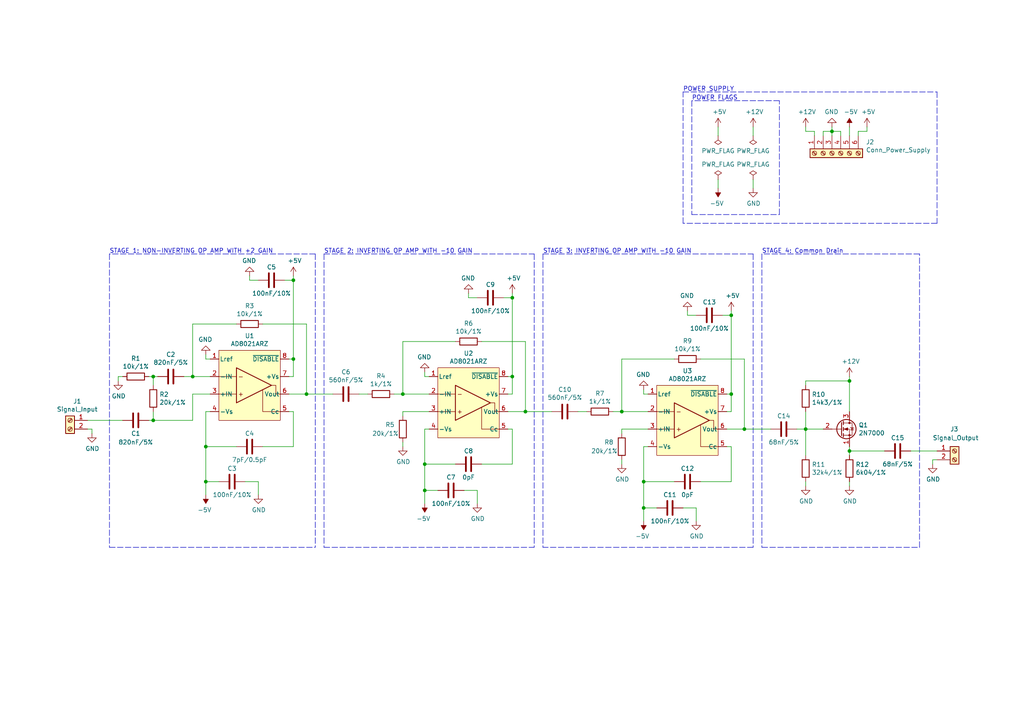
<source format=kicad_sch>
(kicad_sch (version 20211123) (generator eeschema)
  (paper "A4")
  (title_block (title "Променливотоков Усилвател") (date "2022-04-27") (rev "1") (company "Петър Николов") (comment 2 "68гр., II курс, Ф.Н.: 941220031") (comment 3 "ФЕТТ, Автомобилна Електроника"))
  (lib_symbols
    (symbol "schematic-rescue:+12V-power" (power) (pin_names (offset 0))
      (property "Value" "+12V-power" (at 0 3.556 0))
      (symbol "+12V-power_0_1"
        (polyline (pts (xy -0.762 1.27) (xy 0 2.54)))
        (polyline (pts (xy 0 0) (xy 0 2.54)))
        (polyline (pts (xy 0 2.54) (xy 0.762 1.27)))
      )
      (symbol "+12V-power_1_1"
        (pin power_in line (at 0 0 90) (length 0) hide (name "+12V") (number "1"))
      )
    )
    (symbol "schematic-rescue:+5V-power" (power) (pin_names (offset 0))
      (property "Value" "+5V-power" (at 0 3.556 0))
      (symbol "+5V-power_0_1"
        (polyline (pts (xy -0.762 1.27) (xy 0 2.54)))
        (polyline (pts (xy 0 0) (xy 0 2.54)))
        (polyline (pts (xy 0 2.54) (xy 0.762 1.27)))
      )
      (symbol "+5V-power_1_1"
        (pin power_in line (at 0 0 90) (length 0) hide (name "+5V") (number "1"))
      )
    )
    (symbol "schematic-rescue:-5V-power" (power) (pin_names (offset 0))
      (property "Value" "-5V-power" (at 0 3.81 0))
      (symbol "-5V-power_0_0"
        (pin power_in line (at 0 0 90) (length 0) hide (name "-5V") (number "1"))
      )
      (symbol "-5V-power_0_1"
        (polyline (pts (xy 0 0) (xy 0 1.27) (xy 0.762 1.27) (xy 0 2.54) (xy -0.762 1.27) (xy 0 1.27)) (fill (type outline)))
      )
    )
    (symbol "schematic-rescue:2N7000-Transistor_FET" (pin_names hide)
      (property "Reference" "Q" (at 5.08 1.905 0))
      (property "Value" "2N7000-Transistor_FET" (at 5.08 0 0))
      (symbol "2N7000-Transistor_FET_0_1"
        (polyline (pts (xy 0.254 0) (xy -2.54 0)))
        (polyline (pts (xy 0.254 1.905) (xy 0.254 -1.905)) (stroke (width 0.254)))
        (polyline (pts (xy 0.762 -1.27) (xy 0.762 -2.286)) (stroke (width 0.254)))
        (polyline (pts (xy 0.762 0.508) (xy 0.762 -0.508)) (stroke (width 0.254)))
        (polyline (pts (xy 0.762 2.286) (xy 0.762 1.27)) (stroke (width 0.254)))
        (polyline (pts (xy 2.54 2.54) (xy 2.54 1.778)))
        (polyline (pts (xy 2.54 -2.54) (xy 2.54 0) (xy 0.762 0)))
        (polyline (pts (xy 0.762 -1.778) (xy 3.302 -1.778) (xy 3.302 1.778) (xy 0.762 1.778)))
        (polyline (pts (xy 1.016 0) (xy 2.032 0.381) (xy 2.032 -0.381) (xy 1.016 0)) (fill (type outline)))
        (polyline (pts (xy 2.794 0.508) (xy 2.921 0.381) (xy 3.683 0.381) (xy 3.81 0.254)))
        (polyline (pts (xy 3.302 0.381) (xy 2.921 -0.254) (xy 3.683 -0.254) (xy 3.302 0.381)))
        (circle (center 1.651 0) (radius 2.794) (stroke (width 0.254)))
        (circle (center 2.54 -1.778) (radius 0.254) (fill (type outline)))
        (circle (center 2.54 1.778) (radius 0.254) (fill (type outline)))
      )
      (symbol "2N7000-Transistor_FET_1_1"
        (pin passive line (at 2.54 -5.08 90) (length 2.54) (name "S") (number "1"))
        (pin input line (at -5.08 0 0) (length 2.54) (name "G") (number "2"))
        (pin passive line (at 2.54 5.08 270) (length 2.54) (name "D") (number "3"))
      )
    )
    (symbol "schematic-rescue:C-Device" (pin_numbers hide) (pin_names (offset 0.254))
      (property "Reference" "C" (at 0.635 2.54 0))
      (property "Value" "C-Device" (at 0.635 -2.54 0))
      (symbol "C-Device_0_1"
        (polyline (pts (xy -2.032 -0.762) (xy 2.032 -0.762)) (stroke (width 0.508)))
        (polyline (pts (xy -2.032 0.762) (xy 2.032 0.762)) (stroke (width 0.508)))
      )
      (symbol "C-Device_1_1"
        (pin passive line (at 0 3.81 270) (length 2.794) (name "~") (number "1"))
        (pin passive line (at 0 -3.81 90) (length 2.794) (name "~") (number "2"))
      )
    )
    (symbol "schematic-rescue:GND-power" (power) (pin_names (offset 0))
      (property "Value" "GND-power" (at 0 -3.81 0))
      (symbol "GND-power_0_1"
        (polyline (pts (xy 0 0) (xy 0 -1.27) (xy 1.27 -1.27) (xy 0 -2.54) (xy -1.27 -1.27) (xy 0 -1.27)))
      )
      (symbol "GND-power_1_1"
        (pin power_in line (at 0 0 270) (length 0) hide (name "GND") (number "1"))
      )
    )
    (symbol "schematic-rescue:PWR_FLAG-power" (power) (pin_numbers hide) (pin_names (offset 0) hide)
      (property "Value" "PWR_FLAG-power" (at 0 3.81 0))
      (symbol "PWR_FLAG-power_0_0"
        (pin power_out line (at 0 0 90) (length 0) (name "pwr") (number "1"))
      )
      (symbol "PWR_FLAG-power_0_1"
        (polyline (pts (xy 0 0) (xy 0 1.27) (xy -1.016 1.905) (xy 0 2.54) (xy 1.016 1.905) (xy 0 1.27)))
      )
    )
    (symbol "schematic-rescue:R-Device" (pin_numbers hide) (pin_names (offset 0))
      (property "Reference" "R" (at 2.032 0 90))
      (property "Value" "R-Device" (at 0 0 90))
      (symbol "R-Device_0_1"
        (rectangle (start -1.016 -2.54) (end 1.016 2.54) (stroke (width 0.254)))
      )
      (symbol "R-Device_1_1"
        (pin passive line (at 0 3.81 270) (length 1.27) (name "~") (number "1"))
        (pin passive line (at 0 -3.81 90) (length 1.27) (name "~") (number "2"))
      )
    )
    (symbol "schematic-rescue:Screw_Terminal_01x02-Connector" (pin_names (offset 1.016) hide)
      (property "Reference" "J" (at 0 2.54 0))
      (property "Value" "Screw_Terminal_01x02-Connector" (at 0 -5.08 0))
      (symbol "Screw_Terminal_01x02-Connector_1_1"
        (rectangle (start -1.27 1.27) (end 1.27 -3.81) (stroke (width 0.254)) (fill (type background)))
        (circle (center 0 -2.54) (radius 0.635) (stroke (width 0.1524)))
        (polyline (pts (xy -0.5334 -2.2098) (xy 0.3302 -3.048)) (stroke (width 0.1524)))
        (polyline (pts (xy -0.5334 0.3302) (xy 0.3302 -0.508)) (stroke (width 0.1524)))
        (polyline (pts (xy -0.3556 -2.032) (xy 0.508 -2.8702)) (stroke (width 0.1524)))
        (polyline (pts (xy -0.3556 0.508) (xy 0.508 -0.3302)) (stroke (width 0.1524)))
        (circle (center 0 0) (radius 0.635) (stroke (width 0.1524)))
        (pin passive line (at -5.08 0 0) (length 3.81) (name "Pin_1") (number "1"))
        (pin passive line (at -5.08 -2.54 0) (length 3.81) (name "Pin_2") (number "2"))
      )
    )
    (symbol "schematic-rescue:Screw_Terminal_01x06-Connector" (pin_names (offset 1.016) hide)
      (property "Reference" "J" (at 0 7.62 0))
      (property "Value" "Screw_Terminal_01x06-Connector" (at 0 -10.16 0))
      (symbol "Screw_Terminal_01x06-Connector_1_1"
        (rectangle (start -1.27 6.35) (end 1.27 -8.89) (stroke (width 0.254)) (fill (type background)))
        (circle (center 0 -7.62) (radius 0.635) (stroke (width 0.1524)))
        (circle (center 0 -5.08) (radius 0.635) (stroke (width 0.1524)))
        (circle (center 0 -2.54) (radius 0.635) (stroke (width 0.1524)))
        (polyline (pts (xy -0.5334 -7.2898) (xy 0.3302 -8.128)) (stroke (width 0.1524)))
        (polyline (pts (xy -0.5334 -4.7498) (xy 0.3302 -5.588)) (stroke (width 0.1524)))
        (polyline (pts (xy -0.5334 -2.2098) (xy 0.3302 -3.048)) (stroke (width 0.1524)))
        (polyline (pts (xy -0.5334 0.3302) (xy 0.3302 -0.508)) (stroke (width 0.1524)))
        (polyline (pts (xy -0.5334 2.8702) (xy 0.3302 2.032)) (stroke (width 0.1524)))
        (polyline (pts (xy -0.5334 5.4102) (xy 0.3302 4.572)) (stroke (width 0.1524)))
        (polyline (pts (xy -0.3556 -7.112) (xy 0.508 -7.9502)) (stroke (width 0.1524)))
        (polyline (pts (xy -0.3556 -4.572) (xy 0.508 -5.4102)) (stroke (width 0.1524)))
        (polyline (pts (xy -0.3556 -2.032) (xy 0.508 -2.8702)) (stroke (width 0.1524)))
        (polyline (pts (xy -0.3556 0.508) (xy 0.508 -0.3302)) (stroke (width 0.1524)))
        (polyline (pts (xy -0.3556 3.048) (xy 0.508 2.2098)) (stroke (width 0.1524)))
        (polyline (pts (xy -0.3556 5.588) (xy 0.508 4.7498)) (stroke (width 0.1524)))
        (circle (center 0 0) (radius 0.635) (stroke (width 0.1524)))
        (circle (center 0 2.54) (radius 0.635) (stroke (width 0.1524)))
        (circle (center 0 5.08) (radius 0.635) (stroke (width 0.1524)))
        (pin passive line (at -5.08 5.08 0) (length 3.81) (name "Pin_1") (number "1"))
        (pin passive line (at -5.08 2.54 0) (length 3.81) (name "Pin_2") (number "2"))
        (pin passive line (at -5.08 0 0) (length 3.81) (name "Pin_3") (number "3"))
        (pin passive line (at -5.08 -2.54 0) (length 3.81) (name "Pin_4") (number "4"))
        (pin passive line (at -5.08 -5.08 0) (length 3.81) (name "Pin_5") (number "5"))
        (pin passive line (at -5.08 -7.62 0) (length 3.81) (name "Pin_6") (number "6"))
      )
    )
    (symbol "ulib_IC_Amplifiers:AD8021ARZ" (pin_names (offset 0.254))
      (property "Reference" "U" (at -1.27 11.43 0))
      (property "Value" "AD8021ARZ" (at -5.08 -11.43 0))
      (symbol "AD8021ARZ_0_0"
        (text "+" (at -2.54 -2.54 0) (effects (font (size 1.27 1.27))))
        (text "-" (at -2.54 2.54 0) (effects (font (size 1.27 1.27))))
      )
      (symbol "AD8021ARZ_0_1"
        (rectangle (start -8.89 -10.16) (end 8.89 10.16) (fill (type background)))
        (polyline (pts (xy -8.89 -2.54) (xy -3.81 -2.54)))
        (polyline (pts (xy -8.89 2.54) (xy -3.81 2.54)))
        (polyline (pts (xy 8.89 -7.62) (xy 3.81 -7.62) (xy 3.81 -1.27)))
        (polyline (pts (xy 6.35 0) (xy -3.81 5.08) (xy -3.81 -5.08) (xy 6.35 0)) (stroke (width 0.254)) (fill (type background)))
        (polyline (pts (xy 6.35 0) (xy 7.62 0) (xy 7.62 -2.54) (xy 8.89 -2.54)))
      )
      (symbol "AD8021ARZ_1_1"
        (pin input line (at -11.43 7.62 0) (length 2.54) (name "Lref") (number "1"))
        (pin input line (at -11.43 2.54 0) (length 2.54) (name "-IN") (number "2"))
        (pin input line (at -11.43 -2.54 0) (length 2.54) (name "+IN") (number "3"))
        (pin power_in line (at -11.43 -7.62 0) (length 2.54) (name "-Vs") (number "4"))
        (pin input line (at 11.43 -7.62 180) (length 2.54) (name "Cc") (number "5"))
        (pin output line (at 11.43 -2.54 180) (length 2.54) (name "Vout") (number "6"))
        (pin power_in line (at 11.43 2.54 180) (length 2.54) (name "+Vs") (number "7"))
        (pin input line (at 11.43 7.62 180) (length 2.54) (name "~{DISABLE}") (number "8"))
      )
    )
  )
  (junction (at 148.59 109.22))
  (junction (at 148.59 86.36))
  (junction (at 85.09 81.28))
  (junction (at 44.45 121.92))
  (junction (at 241.3 38.1))
  (junction (at 186.69 147.32))
  (junction (at 59.69 129.54))
  (junction (at 246.38 130.81))
  (junction (at 85.09 104.14))
  (junction (at 180.34 119.38))
  (junction (at 123.19 142.24))
  (junction (at 123.19 134.62))
  (junction (at 55.88 109.22))
  (junction (at 44.45 109.22))
  (junction (at 246.38 110.49))
  (junction (at 59.69 139.7))
  (junction (at 152.4 119.38))
  (junction (at 212.09 91.44))
  (junction (at 212.09 114.3))
  (junction (at 186.69 139.7))
  (junction (at 233.68 124.46))
  (junction (at 88.9 114.3))
  (junction (at 215.9 124.46))
  (junction (at 116.84 114.3))
  (polyline (pts (xy 200.66 29.21) (xy 200.66 62.23)))
  (wire (pts (xy 190.5 147.32) (xy 186.69 147.32)))
  (wire (pts (xy 246.38 36.83) (xy 246.38 39.37)))
  (wire (pts (xy 186.69 147.32) (xy 186.69 139.7)))
  (wire (pts (xy 85.09 80.01) (xy 85.09 81.28)))
  (wire (pts (xy 246.38 110.49) (xy 246.38 109.22)))
  (wire (pts (xy 34.29 110.49) (xy 34.29 109.22)))
  (polyline (pts (xy 93.98 158.75) (xy 154.94 158.75)))
  (wire (pts (xy 212.09 119.38) (xy 212.09 114.3)))
  (wire (pts (xy 147.32 109.22) (xy 148.59 109.22)))
  (wire (pts (xy 152.4 119.38) (xy 160.02 119.38)))
  (wire (pts (xy 26.67 124.46) (xy 25.4 124.46)))
  (wire (pts (xy 246.38 140.97) (xy 246.38 139.7)))
  (wire (pts (xy 243.84 38.1) (xy 243.84 39.37)))
  (wire (pts (xy 45.72 109.22) (xy 44.45 109.22)))
  (polyline (pts (xy 157.48 73.66) (xy 157.48 158.75)))
  (wire (pts (xy 44.45 121.92) (xy 43.18 121.92)))
  (wire (pts (xy 59.69 129.54) (xy 59.69 139.7)))
  (wire (pts (xy 198.12 147.32) (xy 201.93 147.32)))
  (wire (pts (xy 210.82 124.46) (xy 215.9 124.46)))
  (wire (pts (xy 238.76 39.37) (xy 238.76 38.1)))
  (wire (pts (xy 44.45 111.76) (xy 44.45 109.22)))
  (wire (pts (xy 55.88 121.92) (xy 44.45 121.92)))
  (wire (pts (xy 210.82 129.54) (xy 212.09 129.54)))
  (polyline (pts (xy 226.06 62.23) (xy 226.06 29.21)))
  (wire (pts (xy 241.3 38.1) (xy 243.84 38.1)))
  (wire (pts (xy 135.89 86.36) (xy 138.43 86.36)))
  (wire (pts (xy 148.59 124.46) (xy 148.59 134.62)))
  (wire (pts (xy 212.09 90.17) (xy 212.09 91.44)))
  (wire (pts (xy 218.44 39.37) (xy 218.44 36.83)))
  (wire (pts (xy 59.69 104.14) (xy 60.96 104.14)))
  (wire (pts (xy 215.9 124.46) (xy 215.9 104.14)))
  (polyline (pts (xy 266.7 73.66) (xy 220.98 73.66)))
  (wire (pts (xy 83.82 109.22) (xy 85.09 109.22)))
  (wire (pts (xy 177.8 119.38) (xy 180.34 119.38)))
  (wire (pts (xy 248.92 39.37) (xy 248.92 38.1)))
  (wire (pts (xy 180.34 119.38) (xy 187.96 119.38)))
  (wire (pts (xy 248.92 38.1) (xy 251.46 38.1)))
  (wire (pts (xy 88.9 114.3) (xy 96.52 114.3)))
  (wire (pts (xy 233.68 132.08) (xy 233.68 124.46)))
  (wire (pts (xy 186.69 151.13) (xy 186.69 147.32)))
  (wire (pts (xy 44.45 109.22) (xy 43.18 109.22)))
  (wire (pts (xy 147.32 119.38) (xy 152.4 119.38)))
  (wire (pts (xy 76.2 129.54) (xy 85.09 129.54)))
  (wire (pts (xy 83.82 114.3) (xy 88.9 114.3)))
  (wire (pts (xy 88.9 93.98) (xy 76.2 93.98)))
  (wire (pts (xy 59.69 129.54) (xy 68.58 129.54)))
  (wire (pts (xy 195.58 139.7) (xy 186.69 139.7)))
  (polyline (pts (xy 218.44 158.75) (xy 157.48 158.75)))
  (polyline (pts (xy 271.78 26.67) (xy 271.78 64.77)))
  (wire (pts (xy 233.68 124.46) (xy 233.68 119.38)))
  (wire (pts (xy 148.59 114.3) (xy 148.59 109.22)))
  (wire (pts (xy 195.58 104.14) (xy 180.34 104.14)))
  (wire (pts (xy 186.69 114.3) (xy 187.96 114.3)))
  (wire (pts (xy 116.84 119.38) (xy 124.46 119.38)))
  (wire (pts (xy 241.3 36.83) (xy 241.3 38.1)))
  (wire (pts (xy 212.09 129.54) (xy 212.09 139.7)))
  (polyline (pts (xy 93.98 73.66) (xy 154.94 73.66)))
  (wire (pts (xy 116.84 114.3) (xy 124.46 114.3)))
  (wire (pts (xy 186.69 139.7) (xy 186.69 129.54)))
  (wire (pts (xy 116.84 99.06) (xy 116.84 114.3)))
  (wire (pts (xy 114.3 114.3) (xy 116.84 114.3)))
  (wire (pts (xy 146.05 86.36) (xy 148.59 86.36)))
  (wire (pts (xy 116.84 129.54) (xy 116.84 128.27)))
  (polyline (pts (xy 198.12 64.77) (xy 198.12 26.67)))
  (wire (pts (xy 123.19 146.05) (xy 123.19 142.24)))
  (wire (pts (xy 233.68 110.49) (xy 246.38 110.49)))
  (wire (pts (xy 127 142.24) (xy 123.19 142.24)))
  (wire (pts (xy 215.9 104.14) (xy 203.2 104.14)))
  (wire (pts (xy 85.09 129.54) (xy 85.09 119.38)))
  (wire (pts (xy 264.16 130.81) (xy 271.78 130.81)))
  (polyline (pts (xy 198.12 26.67) (xy 271.78 26.67)))
  (polyline (pts (xy 91.44 73.66) (xy 91.44 158.75)))
  (wire (pts (xy 71.12 139.7) (xy 74.93 139.7)))
  (wire (pts (xy 210.82 114.3) (xy 212.09 114.3)))
  (wire (pts (xy 72.39 81.28) (xy 74.93 81.28)))
  (wire (pts (xy 186.69 113.03) (xy 186.69 114.3)))
  (wire (pts (xy 74.93 139.7) (xy 74.93 143.51)))
  (wire (pts (xy 233.68 140.97) (xy 233.68 139.7)))
  (wire (pts (xy 82.55 81.28) (xy 85.09 81.28)))
  (wire (pts (xy 251.46 38.1) (xy 251.46 36.83)))
  (wire (pts (xy 208.28 39.37) (xy 208.28 36.83)))
  (wire (pts (xy 233.68 111.76) (xy 233.68 110.49)))
  (wire (pts (xy 241.3 39.37) (xy 241.3 38.1)))
  (wire (pts (xy 135.89 85.09) (xy 135.89 86.36)))
  (wire (pts (xy 180.34 104.14) (xy 180.34 119.38)))
  (wire (pts (xy 152.4 119.38) (xy 152.4 99.06)))
  (wire (pts (xy 152.4 99.06) (xy 139.7 99.06)))
  (wire (pts (xy 215.9 124.46) (xy 223.52 124.46)))
  (polyline (pts (xy 226.06 29.21) (xy 200.66 29.21)))
  (wire (pts (xy 210.82 119.38) (xy 212.09 119.38)))
  (polyline (pts (xy 220.98 158.75) (xy 266.7 158.75)))
  (polyline (pts (xy 154.94 73.66) (xy 154.94 158.75)))
  (wire (pts (xy 55.88 114.3) (xy 55.88 121.92)))
  (wire (pts (xy 63.5 139.7) (xy 59.69 139.7)))
  (wire (pts (xy 180.34 124.46) (xy 187.96 124.46)))
  (polyline (pts (xy 266.7 158.75) (xy 266.7 73.66)))
  (wire (pts (xy 68.58 93.98) (xy 55.88 93.98)))
  (polyline (pts (xy 218.44 73.66) (xy 218.44 158.75)))
  (wire (pts (xy 55.88 93.98) (xy 55.88 109.22)))
  (wire (pts (xy 199.39 91.44) (xy 201.93 91.44)))
  (wire (pts (xy 132.08 134.62) (xy 123.19 134.62)))
  (wire (pts (xy 60.96 114.3) (xy 55.88 114.3)))
  (wire (pts (xy 201.93 147.32) (xy 201.93 151.13)))
  (wire (pts (xy 246.38 110.49) (xy 246.38 119.38)))
  (wire (pts (xy 88.9 114.3) (xy 88.9 93.98)))
  (wire (pts (xy 167.64 119.38) (xy 170.18 119.38)))
  (wire (pts (xy 246.38 129.54) (xy 246.38 130.81)))
  (wire (pts (xy 148.59 85.09) (xy 148.59 86.36)))
  (wire (pts (xy 138.43 142.24) (xy 138.43 146.05)))
  (wire (pts (xy 246.38 130.81) (xy 246.38 132.08)))
  (wire (pts (xy 147.32 124.46) (xy 148.59 124.46)))
  (wire (pts (xy 85.09 109.22) (xy 85.09 104.14)))
  (wire (pts (xy 123.19 107.95) (xy 123.19 109.22)))
  (wire (pts (xy 180.34 134.62) (xy 180.34 133.35)))
  (wire (pts (xy 233.68 38.1) (xy 233.68 36.83)))
  (wire (pts (xy 236.22 38.1) (xy 233.68 38.1)))
  (wire (pts (xy 180.34 125.73) (xy 180.34 124.46)))
  (wire (pts (xy 59.69 119.38) (xy 60.96 119.38)))
  (wire (pts (xy 209.55 91.44) (xy 212.09 91.44)))
  (wire (pts (xy 218.44 54.61) (xy 218.44 52.07)))
  (wire (pts (xy 55.88 109.22) (xy 60.96 109.22)))
  (wire (pts (xy 59.69 143.51) (xy 59.69 139.7)))
  (wire (pts (xy 208.28 54.61) (xy 208.28 52.07)))
  (wire (pts (xy 55.88 109.22) (xy 53.34 109.22)))
  (wire (pts (xy 123.19 109.22) (xy 124.46 109.22)))
  (polyline (pts (xy 220.98 73.66) (xy 220.98 158.75)))
  (wire (pts (xy 134.62 142.24) (xy 138.43 142.24)))
  (wire (pts (xy 212.09 139.7) (xy 203.2 139.7)))
  (wire (pts (xy 186.69 129.54) (xy 187.96 129.54)))
  (wire (pts (xy 59.69 104.14) (xy 59.69 102.87)))
  (polyline (pts (xy 200.66 62.23) (xy 226.06 62.23)))
  (wire (pts (xy 25.4 121.92) (xy 35.56 121.92)))
  (wire (pts (xy 85.09 81.28) (xy 85.09 104.14)))
  (wire (pts (xy 132.08 99.06) (xy 116.84 99.06)))
  (wire (pts (xy 116.84 120.65) (xy 116.84 119.38)))
  (wire (pts (xy 199.39 90.17) (xy 199.39 91.44)))
  (wire (pts (xy 104.14 114.3) (xy 106.68 114.3)))
  (polyline (pts (xy 91.44 73.66) (xy 31.75 73.66)))
  (wire (pts (xy 123.19 142.24) (xy 123.19 134.62)))
  (wire (pts (xy 270.51 134.62) (xy 270.51 133.35)))
  (wire (pts (xy 123.19 134.62) (xy 123.19 124.46)))
  (wire (pts (xy 212.09 91.44) (xy 212.09 114.3)))
  (polyline (pts (xy 93.98 73.66) (xy 93.98 158.75)))
  (wire (pts (xy 270.51 133.35) (xy 271.78 133.35)))
  (polyline (pts (xy 31.75 158.75) (xy 91.44 158.75)))
  (wire (pts (xy 148.59 86.36) (xy 148.59 109.22)))
  (polyline (pts (xy 271.78 64.77) (xy 198.12 64.77)))
  (wire (pts (xy 85.09 119.38) (xy 83.82 119.38)))
  (polyline (pts (xy 31.75 73.66) (xy 31.75 158.75)))
  (wire (pts (xy 231.14 124.46) (xy 233.68 124.46)))
  (wire (pts (xy 147.32 114.3) (xy 148.59 114.3)))
  (wire (pts (xy 44.45 121.92) (xy 44.45 119.38)))
  (wire (pts (xy 238.76 38.1) (xy 241.3 38.1)))
  (wire (pts (xy 26.67 125.73) (xy 26.67 124.46)))
  (wire (pts (xy 236.22 39.37) (xy 236.22 38.1)))
  (wire (pts (xy 233.68 124.46) (xy 238.76 124.46)))
  (wire (pts (xy 83.82 104.14) (xy 85.09 104.14)))
  (wire (pts (xy 246.38 130.81) (xy 256.54 130.81)))
  (wire (pts (xy 72.39 80.01) (xy 72.39 81.28)))
  (wire (pts (xy 59.69 129.54) (xy 59.69 119.38)))
  (wire (pts (xy 148.59 134.62) (xy 139.7 134.62)))
  (polyline (pts (xy 157.48 73.66) (xy 218.44 73.66)))
  (wire (pts (xy 123.19 124.46) (xy 124.46 124.46)))
  (wire (pts (xy 34.29 109.22) (xy 35.56 109.22)))
  (text "STAGE 1: NON-INVERTING OP AMP WITH +2 GAIN" (at 31.75 73.66 0) (effects (font (size 1.27 1.27)) (justify left bottom)))
  (text "STAGE 4: Common Drain" (at 220.98 73.66 0) (effects (font (size 1.27 1.27)) (justify left bottom)))
  (text "STAGE 2: INVERTING OP AMP WITH -10 GAIN" (at 93.98 73.66 0) (effects (font (size 1.27 1.27)) (justify left bottom)))
  (text "POWER SUPPLY" (at 198.12 26.67 0) (effects (font (size 1.27 1.27)) (justify left bottom)))
  (text "STAGE 3: INVERTING OP AMP WITH -10 GAIN\n" (at 157.48 73.66 0) (effects (font (size 1.27 1.27)) (justify left bottom)))
  (text "POWER FLAGS" (at 200.66 29.21 0) (effects (font (size 1.27 1.27)) (justify left bottom)))
  (symbol (lib_id "ulib_IC_Amplifiers:AD8021ARZ") (at 135.89 116.84 0) (unit 1)
    (property "Reference" "U2" (at 135.89 102.489 0))
    (property "Value" "AD8021ARZ" (at 135.89 104.8004 0))
    (property "Footprint" "Package_SO:SOIC-8_3.9x4.9mm_P1.27mm" (effects hide))
    (property "Datasheet" "https://www.analog.com/media/en/technical-documentation/data-sheets/ad8021.pdf" (effects hide))
  )
  (symbol (lib_id "schematic-rescue:GND-power") (at 123.19 107.95 180) (unit 1)
    (property "Reference" "#PWR09" (effects hide))
    (property "Value" "GND" (at 123.063 103.5558 0))
  )
  (symbol (lib_id "schematic-rescue:-5V-power") (at 123.19 146.05 180) (unit 1)
    (property "Reference" "#PWR010" (effects hide))
    (property "Value" "-5V" (at 122.809 150.4442 0))
  )
  (symbol (lib_id "schematic-rescue:R-Device") (at 116.84 124.46 0) (unit 1)
    (property "Reference" "R5" (at 111.76 123.19 0) (effects (justify left)))
    (property "Value" "20k/1%" (at 107.95 125.73 0) (effects (justify left)))
    (property "Footprint" "Resistor_SMD:R_0603_1608Metric_Pad0.98x0.95mm_HandSolder" (effects hide))
  )
  (symbol (lib_id "schematic-rescue:GND-power") (at 116.84 129.54 0) (unit 1)
    (property "Reference" "#PWR08" (effects hide))
    (property "Value" "GND" (at 116.967 133.9342 0))
  )
  (symbol (lib_id "schematic-rescue:R-Device") (at 135.89 99.06 270) (unit 1)
    (property "Reference" "R6" (at 135.89 93.8022 90))
    (property "Value" "10k/1%" (at 135.89 96.1136 90))
    (property "Footprint" "Resistor_SMD:R_0603_1608Metric_Pad0.98x0.95mm_HandSolder" (effects hide))
  )
  (symbol (lib_id "schematic-rescue:R-Device") (at 110.49 114.3 270) (unit 1)
    (property "Reference" "R4" (at 110.49 109.0422 90))
    (property "Value" "1k/1%" (at 110.49 111.3536 90))
    (property "Footprint" "Resistor_SMD:R_0603_1608Metric_Pad0.98x0.95mm_HandSolder" (effects hide))
  )
  (symbol (lib_id "schematic-rescue:C-Device") (at 100.33 114.3 270) (unit 1)
    (property "Reference" "C6" (at 100.33 107.8992 90))
    (property "Value" "560nF/5%" (at 100.33 110.2106 90))
    (property "Footprint" "Capacitor_SMD:C_0603_1608Metric_Pad1.08x0.95mm_HandSolder" (effects hide))
  )
  (symbol (lib_id "ulib_IC_Amplifiers:AD8021ARZ") (at 199.39 121.92 0) (unit 1)
    (property "Reference" "U3" (at 199.39 107.569 0))
    (property "Value" "AD8021ARZ" (at 199.39 109.8804 0))
    (property "Footprint" "Package_SO:SOIC-8_3.9x4.9mm_P1.27mm" (effects hide))
    (property "Datasheet" "https://www.analog.com/media/en/technical-documentation/data-sheets/ad8021.pdf" (effects hide))
  )
  (symbol (lib_id "schematic-rescue:GND-power") (at 186.69 113.03 180) (unit 1)
    (property "Reference" "#PWR015" (effects hide))
    (property "Value" "GND" (at 186.563 108.6358 0))
  )
  (symbol (lib_id "schematic-rescue:-5V-power") (at 186.69 151.13 180) (unit 1)
    (property "Reference" "#PWR016" (effects hide))
    (property "Value" "-5V" (at 186.309 155.5242 0))
  )
  (symbol (lib_id "schematic-rescue:R-Device") (at 180.34 129.54 0) (unit 1)
    (property "Reference" "R8" (at 175.26 128.27 0) (effects (justify left)))
    (property "Value" "20k/1%" (at 171.45 130.81 0) (effects (justify left)))
    (property "Footprint" "Resistor_SMD:R_0603_1608Metric_Pad0.98x0.95mm_HandSolder" (effects hide))
  )
  (symbol (lib_id "schematic-rescue:GND-power") (at 180.34 134.62 0) (unit 1)
    (property "Reference" "#PWR014" (effects hide))
    (property "Value" "GND" (at 180.467 139.0142 0))
  )
  (symbol (lib_id "schematic-rescue:R-Device") (at 199.39 104.14 270) (unit 1)
    (property "Reference" "R9" (at 199.39 98.8822 90))
    (property "Value" "10k/1%" (at 199.39 101.1936 90))
    (property "Footprint" "Resistor_SMD:R_0603_1608Metric_Pad0.98x0.95mm_HandSolder" (effects hide))
  )
  (symbol (lib_id "schematic-rescue:R-Device") (at 173.99 119.38 270) (unit 1)
    (property "Reference" "R7" (at 173.99 114.1222 90))
    (property "Value" "1k/1%" (at 173.99 116.4336 90))
    (property "Footprint" "Resistor_SMD:R_0603_1608Metric_Pad0.98x0.95mm_HandSolder" (effects hide))
  )
  (symbol (lib_id "schematic-rescue:C-Device") (at 163.83 119.38 270) (unit 1)
    (property "Reference" "C10" (at 163.83 112.9792 90))
    (property "Value" "560nF/5%" (at 163.83 115.2906 90))
    (property "Footprint" "Capacitor_SMD:C_0603_1608Metric_Pad1.08x0.95mm_HandSolder" (effects hide))
  )
  (symbol (lib_id "ulib_IC_Amplifiers:AD8021ARZ") (at 72.39 111.76 0) (unit 1)
    (property "Reference" "U1" (at 72.39 97.409 0))
    (property "Value" "AD8021ARZ" (at 72.39 99.7204 0))
    (property "Footprint" "Package_SO:SOIC-8_3.9x4.9mm_P1.27mm" (effects hide))
    (property "Datasheet" "https://www.analog.com/media/en/technical-documentation/data-sheets/ad8021.pdf" (effects hide))
  )
  (symbol (lib_id "schematic-rescue:C-Device") (at 72.39 129.54 270) (unit 1)
    (property "Reference" "C4" (at 72.39 125.73 90))
    (property "Value" "7pF/0.5pF" (at 72.39 133.35 90))
    (property "Footprint" "Capacitor_SMD:C_0603_1608Metric_Pad1.08x0.95mm_HandSolder" (effects hide))
  )
  (symbol (lib_id "schematic-rescue:-5V-power") (at 59.69 143.51 180) (unit 1)
    (property "Reference" "#PWR04" (effects hide))
    (property "Value" "-5V" (at 59.309 147.9042 0))
  )
  (symbol (lib_id "schematic-rescue:+5V-power") (at 85.09 80.01 0) (unit 1)
    (property "Reference" "#PWR07" (effects hide))
    (property "Value" "+5V" (at 85.471 75.6158 0))
  )
  (symbol (lib_id "schematic-rescue:GND-power") (at 59.69 102.87 180) (unit 1)
    (property "Reference" "#PWR03" (effects hide))
    (property "Value" "GND" (at 59.563 98.4758 0))
  )
  (symbol (lib_id "schematic-rescue:R-Device") (at 72.39 93.98 270) (unit 1)
    (property "Reference" "R3" (at 72.39 88.7222 90))
    (property "Value" "10k/1%" (at 72.39 91.0336 90))
    (property "Footprint" "Resistor_SMD:R_0603_1608Metric_Pad0.98x0.95mm_HandSolder" (effects hide))
  )
  (symbol (lib_id "schematic-rescue:C-Device") (at 49.53 109.22 270) (unit 1)
    (property "Reference" "C2" (at 49.53 102.8192 90))
    (property "Value" "820nF/5%" (at 49.53 105.1306 90))
    (property "Footprint" "Capacitor_SMD:C_0603_1608Metric_Pad1.08x0.95mm_HandSolder" (effects hide))
  )
  (symbol (lib_id "schematic-rescue:R-Device") (at 39.37 109.22 270) (unit 1)
    (property "Reference" "R1" (at 39.37 103.9622 90))
    (property "Value" "10k/1%" (at 39.37 106.2736 90))
    (property "Footprint" "Resistor_SMD:R_0603_1608Metric_Pad0.98x0.95mm_HandSolder" (effects hide))
  )
  (symbol (lib_id "schematic-rescue:GND-power") (at 34.29 110.49 0) (unit 1)
    (property "Reference" "#PWR02" (effects hide))
    (property "Value" "GND" (at 34.417 114.8842 0))
  )
  (symbol (lib_id "schematic-rescue:R-Device") (at 44.45 115.57 0) (unit 1)
    (property "Reference" "R2" (at 46.228 114.4016 0) (effects (justify left)))
    (property "Value" "20k/1%" (at 46.228 116.713 0) (effects (justify left)))
    (property "Footprint" "Resistor_SMD:R_0603_1608Metric_Pad0.98x0.95mm_HandSolder" (effects hide))
  )
  (symbol (lib_id "schematic-rescue:C-Device") (at 39.37 121.92 270) (unit 1)
    (property "Reference" "C1" (at 39.37 125.73 90))
    (property "Value" "820nF/5%" (at 39.37 128.27 90))
    (property "Footprint" "Capacitor_SMD:C_0603_1608Metric_Pad1.08x0.95mm_HandSolder" (effects hide))
  )
  (symbol (lib_id "schematic-rescue:2N7000-Transistor_FET") (at 243.84 124.46 0) (unit 1)
    (property "Reference" "Q1" (at 249.0216 123.2916 0) (effects (justify left)))
    (property "Value" "2N7000" (at 249.0216 125.603 0) (effects (justify left)))
    (property "Footprint" "Package_TO_SOT_THT:TO-92_Inline" (effects hide))
    (property "Datasheet" "https://www.onsemi.com/pub/Collateral/NDS7002A-D.PDF" (effects hide))
  )
  (symbol (lib_id "schematic-rescue:R-Device") (at 246.38 135.89 0) (unit 1)
    (property "Reference" "R12" (at 248.158 134.7216 0) (effects (justify left)))
    (property "Value" "6k04/1%" (at 248.158 137.033 0) (effects (justify left)))
    (property "Footprint" "Resistor_SMD:R_0603_1608Metric_Pad0.98x0.95mm_HandSolder" (effects hide))
  )
  (symbol (lib_id "schematic-rescue:C-Device") (at 260.35 130.81 270) (unit 1)
    (property "Reference" "C15" (at 260.35 127 90))
    (property "Value" "68nF/5%" (at 260.35 134.62 90))
    (property "Footprint" "Capacitor_SMD:C_0603_1608Metric_Pad1.08x0.95mm_HandSolder" (effects hide))
  )
  (symbol (lib_id "schematic-rescue:R-Device") (at 233.68 135.89 0) (unit 1)
    (property "Reference" "R11" (at 235.458 134.7216 0) (effects (justify left)))
    (property "Value" "32k4/1%" (at 235.458 137.033 0) (effects (justify left)))
    (property "Footprint" "Resistor_SMD:R_0603_1608Metric_Pad0.98x0.95mm_HandSolder" (effects hide))
  )
  (symbol (lib_id "schematic-rescue:R-Device") (at 233.68 115.57 0) (unit 1)
    (property "Reference" "R10" (at 235.458 114.4016 0) (effects (justify left)))
    (property "Value" "14k3/1%" (at 235.458 116.713 0) (effects (justify left)))
    (property "Footprint" "Resistor_SMD:R_0603_1608Metric_Pad0.98x0.95mm_HandSolder" (effects hide))
  )
  (symbol (lib_id "schematic-rescue:GND-power") (at 246.38 140.97 0) (unit 1)
    (property "Reference" "#PWR029" (effects hide))
    (property "Value" "GND" (at 246.507 145.3642 0))
  )
  (symbol (lib_id "schematic-rescue:GND-power") (at 233.68 140.97 0) (unit 1)
    (property "Reference" "#PWR025" (effects hide))
    (property "Value" "GND" (at 233.807 145.3642 0))
  )
  (symbol (lib_id "schematic-rescue:+12V-power") (at 246.38 109.22 0) (unit 1)
    (property "Reference" "#PWR028" (effects hide))
    (property "Value" "+12V" (at 246.761 104.8258 0))
  )
  (symbol (lib_id "schematic-rescue:C-Device") (at 227.33 124.46 270) (unit 1)
    (property "Reference" "C14" (at 227.33 120.65 90))
    (property "Value" "68nF/5%" (at 227.33 128.27 90))
    (property "Footprint" "Capacitor_SMD:C_0603_1608Metric_Pad1.08x0.95mm_HandSolder" (effects hide))
  )
  (symbol (lib_id "schematic-rescue:PWR_FLAG-power") (at 208.28 39.37 180) (unit 1)
    (property "Reference" "#FLG01" (effects hide))
    (property "Value" "PWR_FLAG" (at 208.28 43.7642 0))
  )
  (symbol (lib_id "schematic-rescue:+5V-power") (at 208.28 36.83 0) (unit 1)
    (property "Reference" "#PWR019" (effects hide))
    (property "Value" "+5V" (at 208.661 32.4358 0))
  )
  (symbol (lib_id "schematic-rescue:-5V-power") (at 208.28 54.61 180) (unit 1)
    (property "Reference" "#PWR020" (effects hide))
    (property "Value" "-5V" (at 207.899 59.0042 0))
  )
  (symbol (lib_id "schematic-rescue:PWR_FLAG-power") (at 208.28 52.07 0) (unit 1)
    (property "Reference" "#FLG02" (effects hide))
    (property "Value" "PWR_FLAG" (at 208.28 47.6758 0))
  )
  (symbol (lib_id "schematic-rescue:+12V-power") (at 218.44 36.83 0) (unit 1)
    (property "Reference" "#PWR022" (effects hide))
    (property "Value" "+12V" (at 218.821 32.4358 0))
  )
  (symbol (lib_id "schematic-rescue:PWR_FLAG-power") (at 218.44 39.37 180) (unit 1)
    (property "Reference" "#FLG03" (effects hide))
    (property "Value" "PWR_FLAG" (at 218.44 43.7642 0))
  )
  (symbol (lib_id "schematic-rescue:GND-power") (at 218.44 54.61 0) (unit 1)
    (property "Reference" "#PWR023" (effects hide))
    (property "Value" "GND" (at 218.567 59.0042 0))
  )
  (symbol (lib_id "schematic-rescue:PWR_FLAG-power") (at 218.44 52.07 0) (unit 1)
    (property "Reference" "#FLG04" (effects hide))
    (property "Value" "PWR_FLAG" (at 218.44 47.6758 0))
  )
  (symbol (lib_id "schematic-rescue:C-Device") (at 135.89 134.62 270) (unit 1)
    (property "Reference" "C8" (at 135.89 130.81 90))
    (property "Value" "0pF" (at 135.89 138.43 90))
    (property "Footprint" "Capacitor_SMD:C_0603_1608Metric_Pad1.08x0.95mm_HandSolder" (effects hide))
  )
  (symbol (lib_id "schematic-rescue:C-Device") (at 199.39 139.7 270) (unit 1)
    (property "Reference" "C12" (at 199.39 135.89 90))
    (property "Value" "0pF" (at 199.39 143.51 90))
    (property "Footprint" "Capacitor_SMD:C_0603_1608Metric_Pad1.08x0.95mm_HandSolder" (effects hide))
  )
  (symbol (lib_id "schematic-rescue:C-Device") (at 67.31 139.7 270) (unit 1)
    (property "Reference" "C3" (at 67.31 135.89 90))
    (property "Value" "100nF/10%" (at 67.31 143.51 90))
    (property "Footprint" "Capacitor_SMD:C_0603_1608Metric_Pad1.08x0.95mm_HandSolder" (effects hide))
  )
  (symbol (lib_id "schematic-rescue:GND-power") (at 74.93 143.51 0) (unit 1)
    (property "Reference" "#PWR06" (effects hide))
    (property "Value" "GND" (at 75.057 147.9042 0))
  )
  (symbol (lib_id "schematic-rescue:C-Device") (at 130.81 142.24 270) (unit 1)
    (property "Reference" "C7" (at 130.81 138.43 90))
    (property "Value" "100nF/10%" (at 130.81 146.05 90))
    (property "Footprint" "Capacitor_SMD:C_0603_1608Metric_Pad1.08x0.95mm_HandSolder" (effects hide))
  )
  (symbol (lib_id "schematic-rescue:GND-power") (at 138.43 146.05 0) (unit 1)
    (property "Reference" "#PWR012" (effects hide))
    (property "Value" "GND" (at 138.557 150.4442 0))
  )
  (symbol (lib_id "schematic-rescue:C-Device") (at 194.31 147.32 270) (unit 1)
    (property "Reference" "C11" (at 194.31 143.51 90))
    (property "Value" "100nF/10%" (at 194.31 151.13 90))
    (property "Footprint" "Capacitor_SMD:C_0603_1608Metric_Pad1.08x0.95mm_HandSolder" (effects hide))
  )
  (symbol (lib_id "schematic-rescue:GND-power") (at 201.93 151.13 0) (unit 1)
    (property "Reference" "#PWR018" (effects hide))
    (property "Value" "GND" (at 202.057 155.5242 0))
  )
  (symbol (lib_id "schematic-rescue:Screw_Terminal_01x02-Connector") (at 20.32 121.92 0) (mirror y) (unit 1)
    (property "Reference" "J1" (at 22.4028 116.4082 0))
    (property "Value" "Signal_Input" (at 22.4028 118.7196 0))
    (property "Footprint" "TerminalBlock:TerminalBlock_bornier-2_P5.08mm" (effects hide))
  )
  (symbol (lib_id "schematic-rescue:C-Device") (at 78.74 81.28 270) (unit 1)
    (property "Reference" "C5" (at 78.74 77.47 90))
    (property "Value" "100nF/10%" (at 78.74 85.09 90))
    (property "Footprint" "Capacitor_SMD:C_0603_1608Metric_Pad1.08x0.95mm_HandSolder" (effects hide))
  )
  (symbol (lib_id "schematic-rescue:GND-power") (at 72.39 80.01 180) (unit 1)
    (property "Reference" "#PWR05" (effects hide))
    (property "Value" "GND" (at 72.263 75.6158 0))
  )
  (symbol (lib_id "schematic-rescue:+5V-power") (at 148.59 85.09 0) (unit 1)
    (property "Reference" "#PWR013" (effects hide))
    (property "Value" "+5V" (at 148.971 80.6958 0))
  )
  (symbol (lib_id "schematic-rescue:C-Device") (at 142.24 86.36 270) (unit 1)
    (property "Reference" "C9" (at 142.24 82.55 90))
    (property "Value" "100nF/10%" (at 142.24 90.17 90))
    (property "Footprint" "Capacitor_SMD:C_0603_1608Metric_Pad1.08x0.95mm_HandSolder" (effects hide))
  )
  (symbol (lib_id "schematic-rescue:GND-power") (at 135.89 85.09 180) (unit 1)
    (property "Reference" "#PWR011" (effects hide))
    (property "Value" "GND" (at 135.763 80.6958 0))
  )
  (symbol (lib_id "schematic-rescue:+5V-power") (at 212.09 90.17 0) (unit 1)
    (property "Reference" "#PWR021" (effects hide))
    (property "Value" "+5V" (at 212.471 85.7758 0))
  )
  (symbol (lib_id "schematic-rescue:C-Device") (at 205.74 91.44 270) (unit 1)
    (property "Reference" "C13" (at 205.74 87.63 90))
    (property "Value" "100nF/10%" (at 205.74 95.25 90))
    (property "Footprint" "Capacitor_SMD:C_0603_1608Metric_Pad1.08x0.95mm_HandSolder" (effects hide))
  )
  (symbol (lib_id "schematic-rescue:GND-power") (at 199.39 90.17 180) (unit 1)
    (property "Reference" "#PWR017" (effects hide))
    (property "Value" "GND" (at 199.263 85.7758 0))
  )
  (symbol (lib_id "schematic-rescue:+5V-power") (at 251.46 36.83 0) (unit 1)
    (property "Reference" "#PWR024" (effects hide))
    (property "Value" "+5V" (at 251.841 32.4358 0))
  )
  (symbol (lib_id "schematic-rescue:-5V-power") (at 246.38 36.83 0) (unit 1)
    (property "Reference" "#PWR026" (effects hide))
    (property "Value" "-5V" (at 246.761 32.4358 0))
  )
  (symbol (lib_id "schematic-rescue:GND-power") (at 241.3 36.83 180) (unit 1)
    (property "Reference" "#PWR027" (effects hide))
    (property "Value" "GND" (at 241.173 32.4358 0))
  )
  (symbol (lib_id "schematic-rescue:+12V-power") (at 233.68 36.83 0) (unit 1)
    (property "Reference" "#PWR030" (effects hide))
    (property "Value" "+12V" (at 234.061 32.4358 0))
  )
  (symbol (lib_id "schematic-rescue:GND-power") (at 26.67 125.73 0) (unit 1)
    (property "Reference" "#PWR01" (effects hide))
    (property "Value" "GND" (at 26.797 130.1242 0))
  )
  (symbol (lib_id "schematic-rescue:Screw_Terminal_01x06-Connector") (at 241.3 44.45 90) (mirror x) (unit 1)
    (property "Reference" "J2" (at 251.1552 41.1988 90) (effects (justify right)))
    (property "Value" "Conn_Power_Supply" (at 251.1552 43.5102 90) (effects (justify right)))
    (property "Footprint" "TerminalBlock:TerminalBlock_bornier-6_P5.08mm" (effects hide))
  )
  (symbol (lib_id "schematic-rescue:Screw_Terminal_01x02-Connector") (at 276.86 130.81 0) (unit 1)
    (property "Reference" "J3" (at 275.59 124.46 0) (effects (justify left)))
    (property "Value" "Signal_Output" (at 270.51 127 0) (effects (justify left)))
    (property "Footprint" "TerminalBlock:TerminalBlock_bornier-2_P5.08mm" (effects hide))
  )
  (symbol (lib_id "schematic-rescue:GND-power") (at 270.51 134.62 0) (unit 1)
    (property "Reference" "#PWR0101" (effects hide))
    (property "Value" "GND" (at 270.637 139.0142 0))
  )
)
</source>
